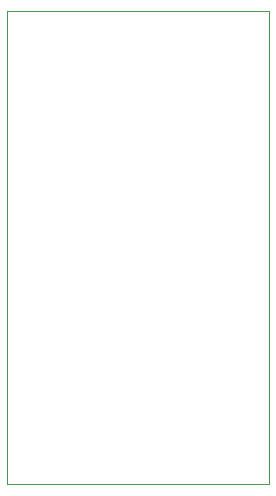
<source format=gbr>
G04 #@! TF.GenerationSoftware,KiCad,Pcbnew,5.1.6*
G04 #@! TF.CreationDate,2020-11-02T21:59:41+01:00*
G04 #@! TF.ProjectId,BL128128,424c3132-3831-4323-982e-6b696361645f,rev?*
G04 #@! TF.SameCoordinates,Original*
G04 #@! TF.FileFunction,Profile,NP*
%FSLAX46Y46*%
G04 Gerber Fmt 4.6, Leading zero omitted, Abs format (unit mm)*
G04 Created by KiCad (PCBNEW 5.1.6) date 2020-11-02 21:59:41*
%MOMM*%
%LPD*%
G01*
G04 APERTURE LIST*
G04 #@! TA.AperFunction,Profile*
%ADD10C,0.050000*%
G04 #@! TD*
G04 APERTURE END LIST*
D10*
X69200000Y-94000000D02*
X91400000Y-94000000D01*
X69200000Y-54000000D02*
X69200000Y-94000000D01*
X91400000Y-54000000D02*
X69200000Y-54000000D01*
X91400000Y-54000000D02*
X91400000Y-94000000D01*
M02*

</source>
